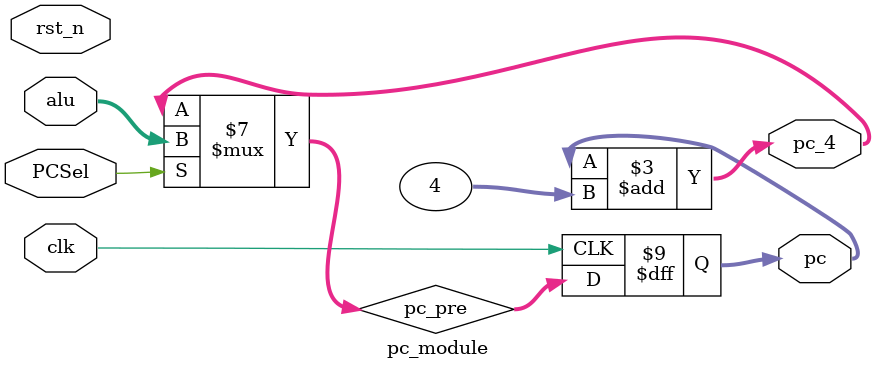
<source format=v>
module pc_module (
    alu, 
    PCSel,
    clk,
    pc,
    pc_4,
    rst_n

);

    input [31:0] alu;
    input PCSel;
    input clk;
    input rst_n;

    output reg [31:0] pc_4;
    output reg [31:0] pc;

    reg [31:0] pc_pre;

    always @(posedge clk) begin
        /*if (!rst_n) begin
            pc <= 0;
        end else begin
            pc <= pc_pre;
        end
        */
        pc<=pc_pre;
    end

    always @(pc) begin
        pc_4 = pc + 32'h00000004;
    end

    always @(PCSel or pc_4 or alu) begin
        if(PCSel == 0) begin
            pc_pre = pc_4;
        end else begin
            pc_pre = alu;
        end
    end
endmodule
</source>
